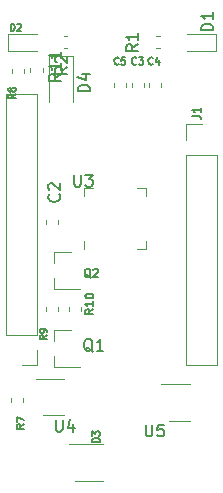
<source format=gbr>
G04 #@! TF.GenerationSoftware,KiCad,Pcbnew,(5.0.1)-4*
G04 #@! TF.CreationDate,2019-08-26T10:27:06+03:00*
G04 #@! TF.ProjectId,CP2102-breakout,4350323130322D627265616B6F75742E,rev?*
G04 #@! TF.SameCoordinates,Original*
G04 #@! TF.FileFunction,Legend,Top*
G04 #@! TF.FilePolarity,Positive*
%FSLAX46Y46*%
G04 Gerber Fmt 4.6, Leading zero omitted, Abs format (unit mm)*
G04 Created by KiCad (PCBNEW (5.0.1)-4) date 26/08/2019 10:27:06*
%MOMM*%
%LPD*%
G01*
G04 APERTURE LIST*
%ADD10C,0.120000*%
%ADD11C,0.150000*%
G04 APERTURE END LIST*
D10*
G04 #@! TO.C,J2*
X39430000Y-24070000D02*
X36770000Y-24070000D01*
X39430000Y-44450000D02*
X39430000Y-24070000D01*
X36770000Y-44450000D02*
X36770000Y-24070000D01*
X39430000Y-44450000D02*
X36770000Y-44450000D01*
X39430000Y-45720000D02*
X39430000Y-47050000D01*
X39430000Y-47050000D02*
X38100000Y-47050000D01*
G04 #@! TO.C,J1*
X52010000Y-26610000D02*
X53340000Y-26610000D01*
X52010000Y-27940000D02*
X52010000Y-26610000D01*
X52010000Y-29210000D02*
X54670000Y-29210000D01*
X54670000Y-29210000D02*
X54670000Y-47050000D01*
X52010000Y-29210000D02*
X52010000Y-47050000D01*
X52010000Y-47050000D02*
X54670000Y-47050000D01*
G04 #@! TO.C,D1*
X54530000Y-18965000D02*
X52070000Y-18965000D01*
X54530000Y-20435000D02*
X54530000Y-18965000D01*
X52070000Y-20435000D02*
X54530000Y-20435000D01*
G04 #@! TO.C,D2*
X39400000Y-18965000D02*
X36940000Y-18965000D01*
X36940000Y-18965000D02*
X36940000Y-20435000D01*
X36940000Y-20435000D02*
X39400000Y-20435000D01*
G04 #@! TO.C,D3*
X42615000Y-56795000D02*
X45015000Y-56795000D01*
X45015000Y-53695000D02*
X42065000Y-53695000D01*
G04 #@! TO.C,U5*
X52315000Y-48655000D02*
X49885000Y-48655000D01*
X50555000Y-51725000D02*
X52315000Y-51725000D01*
G04 #@! TO.C,U4*
X41695000Y-48215000D02*
X39265000Y-48215000D01*
X39935000Y-51285000D02*
X41695000Y-51285000D01*
G04 #@! TO.C,U3*
X43390000Y-36485000D02*
X43390000Y-37210000D01*
X48610000Y-31990000D02*
X47885000Y-31990000D01*
X48610000Y-32715000D02*
X48610000Y-31990000D01*
X48610000Y-37210000D02*
X47885000Y-37210000D01*
X48610000Y-36485000D02*
X48610000Y-37210000D01*
X43390000Y-31990000D02*
X44115000Y-31990000D01*
X43390000Y-32715000D02*
X43390000Y-31990000D01*
G04 #@! TO.C,D4*
X42400000Y-20850000D02*
X42400000Y-24750000D01*
X40400000Y-20850000D02*
X40400000Y-24750000D01*
X42400000Y-20850000D02*
X40400000Y-20850000D01*
G04 #@! TO.C,Q1*
X40840000Y-44020000D02*
X40840000Y-44950000D01*
X40840000Y-47180000D02*
X40840000Y-46250000D01*
X40840000Y-47180000D02*
X43000000Y-47180000D01*
X40840000Y-44020000D02*
X42300000Y-44020000D01*
G04 #@! TO.C,Q2*
X40840000Y-37420000D02*
X42300000Y-37420000D01*
X40840000Y-40580000D02*
X43000000Y-40580000D01*
X40840000Y-40580000D02*
X40840000Y-39650000D01*
X40840000Y-37420000D02*
X40840000Y-38350000D01*
G04 #@! TO.C,C2*
X40190000Y-34728733D02*
X40190000Y-35071267D01*
X41210000Y-34728733D02*
X41210000Y-35071267D01*
G04 #@! TO.C,C3*
X47410000Y-23103733D02*
X47410000Y-23446267D01*
X48430000Y-23103733D02*
X48430000Y-23446267D01*
G04 #@! TO.C,C4*
X49930000Y-23103733D02*
X49930000Y-23446267D01*
X48910000Y-23103733D02*
X48910000Y-23446267D01*
G04 #@! TO.C,C5*
X45910000Y-23446267D02*
X45910000Y-23103733D01*
X46930000Y-23446267D02*
X46930000Y-23103733D01*
G04 #@! TO.C,R1*
X49832779Y-19190000D02*
X49507221Y-19190000D01*
X49832779Y-20210000D02*
X49507221Y-20210000D01*
G04 #@! TO.C,R2*
X41637221Y-19190000D02*
X41962779Y-19190000D01*
X41637221Y-20210000D02*
X41962779Y-20210000D01*
G04 #@! TO.C,R7*
X38210000Y-50112779D02*
X38210000Y-49787221D01*
X37190000Y-50112779D02*
X37190000Y-49787221D01*
G04 #@! TO.C,R8*
X37240000Y-21937221D02*
X37240000Y-22262779D01*
X38260000Y-21937221D02*
X38260000Y-22262779D01*
G04 #@! TO.C,R9*
X40190000Y-42450279D02*
X40190000Y-42124721D01*
X41210000Y-42450279D02*
X41210000Y-42124721D01*
G04 #@! TO.C,R10*
X43110000Y-42137221D02*
X43110000Y-42462779D01*
X42090000Y-42137221D02*
X42090000Y-42462779D01*
G04 #@! TO.C,R11*
X39860000Y-21887221D02*
X39860000Y-22212779D01*
X38840000Y-21887221D02*
X38840000Y-22212779D01*
G04 #@! TO.C,J1*
D11*
X52556666Y-25933333D02*
X53056666Y-25933333D01*
X53156666Y-25966666D01*
X53223333Y-26033333D01*
X53256666Y-26133333D01*
X53256666Y-26200000D01*
X53256666Y-25233333D02*
X53256666Y-25633333D01*
X53256666Y-25433333D02*
X52556666Y-25433333D01*
X52656666Y-25500000D01*
X52723333Y-25566666D01*
X52756666Y-25633333D01*
G04 #@! TO.C,D1*
X54302380Y-18688095D02*
X53302380Y-18688095D01*
X53302380Y-18450000D01*
X53350000Y-18307142D01*
X53445238Y-18211904D01*
X53540476Y-18164285D01*
X53730952Y-18116666D01*
X53873809Y-18116666D01*
X54064285Y-18164285D01*
X54159523Y-18211904D01*
X54254761Y-18307142D01*
X54302380Y-18450000D01*
X54302380Y-18688095D01*
X54302380Y-17164285D02*
X54302380Y-17735714D01*
X54302380Y-17450000D02*
X53302380Y-17450000D01*
X53445238Y-17545238D01*
X53540476Y-17640476D01*
X53588095Y-17735714D01*
G04 #@! TO.C,D2*
X37157142Y-18721428D02*
X37157142Y-18121428D01*
X37300000Y-18121428D01*
X37385714Y-18150000D01*
X37442857Y-18207142D01*
X37471428Y-18264285D01*
X37500000Y-18378571D01*
X37500000Y-18464285D01*
X37471428Y-18578571D01*
X37442857Y-18635714D01*
X37385714Y-18692857D01*
X37300000Y-18721428D01*
X37157142Y-18721428D01*
X37728571Y-18178571D02*
X37757142Y-18150000D01*
X37814285Y-18121428D01*
X37957142Y-18121428D01*
X38014285Y-18150000D01*
X38042857Y-18178571D01*
X38071428Y-18235714D01*
X38071428Y-18292857D01*
X38042857Y-18378571D01*
X37700000Y-18721428D01*
X38071428Y-18721428D01*
G04 #@! TO.C,D3*
X44686428Y-53537857D02*
X44086428Y-53537857D01*
X44086428Y-53395000D01*
X44115000Y-53309285D01*
X44172142Y-53252142D01*
X44229285Y-53223571D01*
X44343571Y-53195000D01*
X44429285Y-53195000D01*
X44543571Y-53223571D01*
X44600714Y-53252142D01*
X44657857Y-53309285D01*
X44686428Y-53395000D01*
X44686428Y-53537857D01*
X44086428Y-52995000D02*
X44086428Y-52623571D01*
X44315000Y-52823571D01*
X44315000Y-52737857D01*
X44343571Y-52680714D01*
X44372142Y-52652142D01*
X44429285Y-52623571D01*
X44572142Y-52623571D01*
X44629285Y-52652142D01*
X44657857Y-52680714D01*
X44686428Y-52737857D01*
X44686428Y-52909285D01*
X44657857Y-52966428D01*
X44629285Y-52995000D01*
G04 #@! TO.C,U5*
X48588095Y-52052380D02*
X48588095Y-52861904D01*
X48635714Y-52957142D01*
X48683333Y-53004761D01*
X48778571Y-53052380D01*
X48969047Y-53052380D01*
X49064285Y-53004761D01*
X49111904Y-52957142D01*
X49159523Y-52861904D01*
X49159523Y-52052380D01*
X50111904Y-52052380D02*
X49635714Y-52052380D01*
X49588095Y-52528571D01*
X49635714Y-52480952D01*
X49730952Y-52433333D01*
X49969047Y-52433333D01*
X50064285Y-52480952D01*
X50111904Y-52528571D01*
X50159523Y-52623809D01*
X50159523Y-52861904D01*
X50111904Y-52957142D01*
X50064285Y-53004761D01*
X49969047Y-53052380D01*
X49730952Y-53052380D01*
X49635714Y-53004761D01*
X49588095Y-52957142D01*
G04 #@! TO.C,U4*
X40988095Y-51652380D02*
X40988095Y-52461904D01*
X41035714Y-52557142D01*
X41083333Y-52604761D01*
X41178571Y-52652380D01*
X41369047Y-52652380D01*
X41464285Y-52604761D01*
X41511904Y-52557142D01*
X41559523Y-52461904D01*
X41559523Y-51652380D01*
X42464285Y-51985714D02*
X42464285Y-52652380D01*
X42226190Y-51604761D02*
X41988095Y-52319047D01*
X42607142Y-52319047D01*
G04 #@! TO.C,U3*
X42538095Y-30902380D02*
X42538095Y-31711904D01*
X42585714Y-31807142D01*
X42633333Y-31854761D01*
X42728571Y-31902380D01*
X42919047Y-31902380D01*
X43014285Y-31854761D01*
X43061904Y-31807142D01*
X43109523Y-31711904D01*
X43109523Y-30902380D01*
X43490476Y-30902380D02*
X44109523Y-30902380D01*
X43776190Y-31283333D01*
X43919047Y-31283333D01*
X44014285Y-31330952D01*
X44061904Y-31378571D01*
X44109523Y-31473809D01*
X44109523Y-31711904D01*
X44061904Y-31807142D01*
X44014285Y-31854761D01*
X43919047Y-31902380D01*
X43633333Y-31902380D01*
X43538095Y-31854761D01*
X43490476Y-31807142D01*
G04 #@! TO.C,D4*
X43852380Y-23838095D02*
X42852380Y-23838095D01*
X42852380Y-23600000D01*
X42900000Y-23457142D01*
X42995238Y-23361904D01*
X43090476Y-23314285D01*
X43280952Y-23266666D01*
X43423809Y-23266666D01*
X43614285Y-23314285D01*
X43709523Y-23361904D01*
X43804761Y-23457142D01*
X43852380Y-23600000D01*
X43852380Y-23838095D01*
X43185714Y-22409523D02*
X43852380Y-22409523D01*
X42804761Y-22647619D02*
X43519047Y-22885714D01*
X43519047Y-22266666D01*
G04 #@! TO.C,Q1*
X44104761Y-45897619D02*
X44009523Y-45850000D01*
X43914285Y-45754761D01*
X43771428Y-45611904D01*
X43676190Y-45564285D01*
X43580952Y-45564285D01*
X43628571Y-45802380D02*
X43533333Y-45754761D01*
X43438095Y-45659523D01*
X43390476Y-45469047D01*
X43390476Y-45135714D01*
X43438095Y-44945238D01*
X43533333Y-44850000D01*
X43628571Y-44802380D01*
X43819047Y-44802380D01*
X43914285Y-44850000D01*
X44009523Y-44945238D01*
X44057142Y-45135714D01*
X44057142Y-45469047D01*
X44009523Y-45659523D01*
X43914285Y-45754761D01*
X43819047Y-45802380D01*
X43628571Y-45802380D01*
X45009523Y-45802380D02*
X44438095Y-45802380D01*
X44723809Y-45802380D02*
X44723809Y-44802380D01*
X44628571Y-44945238D01*
X44533333Y-45040476D01*
X44438095Y-45088095D01*
G04 #@! TO.C,Q2*
X43933333Y-39633333D02*
X43866666Y-39600000D01*
X43800000Y-39533333D01*
X43700000Y-39433333D01*
X43633333Y-39400000D01*
X43566666Y-39400000D01*
X43600000Y-39566666D02*
X43533333Y-39533333D01*
X43466666Y-39466666D01*
X43433333Y-39333333D01*
X43433333Y-39100000D01*
X43466666Y-38966666D01*
X43533333Y-38900000D01*
X43600000Y-38866666D01*
X43733333Y-38866666D01*
X43800000Y-38900000D01*
X43866666Y-38966666D01*
X43900000Y-39100000D01*
X43900000Y-39333333D01*
X43866666Y-39466666D01*
X43800000Y-39533333D01*
X43733333Y-39566666D01*
X43600000Y-39566666D01*
X44166666Y-38933333D02*
X44200000Y-38900000D01*
X44266666Y-38866666D01*
X44433333Y-38866666D01*
X44500000Y-38900000D01*
X44533333Y-38933333D01*
X44566666Y-39000000D01*
X44566666Y-39066666D01*
X44533333Y-39166666D01*
X44133333Y-39566666D01*
X44566666Y-39566666D01*
G04 #@! TO.C,C2*
X41257142Y-32566666D02*
X41304761Y-32614285D01*
X41352380Y-32757142D01*
X41352380Y-32852380D01*
X41304761Y-32995238D01*
X41209523Y-33090476D01*
X41114285Y-33138095D01*
X40923809Y-33185714D01*
X40780952Y-33185714D01*
X40590476Y-33138095D01*
X40495238Y-33090476D01*
X40400000Y-32995238D01*
X40352380Y-32852380D01*
X40352380Y-32757142D01*
X40400000Y-32614285D01*
X40447619Y-32566666D01*
X40447619Y-32185714D02*
X40400000Y-32138095D01*
X40352380Y-32042857D01*
X40352380Y-31804761D01*
X40400000Y-31709523D01*
X40447619Y-31661904D01*
X40542857Y-31614285D01*
X40638095Y-31614285D01*
X40780952Y-31661904D01*
X41352380Y-32233333D01*
X41352380Y-31614285D01*
G04 #@! TO.C,C3*
X47800000Y-21514285D02*
X47771428Y-21542857D01*
X47685714Y-21571428D01*
X47628571Y-21571428D01*
X47542857Y-21542857D01*
X47485714Y-21485714D01*
X47457142Y-21428571D01*
X47428571Y-21314285D01*
X47428571Y-21228571D01*
X47457142Y-21114285D01*
X47485714Y-21057142D01*
X47542857Y-21000000D01*
X47628571Y-20971428D01*
X47685714Y-20971428D01*
X47771428Y-21000000D01*
X47800000Y-21028571D01*
X48000000Y-20971428D02*
X48371428Y-20971428D01*
X48171428Y-21200000D01*
X48257142Y-21200000D01*
X48314285Y-21228571D01*
X48342857Y-21257142D01*
X48371428Y-21314285D01*
X48371428Y-21457142D01*
X48342857Y-21514285D01*
X48314285Y-21542857D01*
X48257142Y-21571428D01*
X48085714Y-21571428D01*
X48028571Y-21542857D01*
X48000000Y-21514285D01*
G04 #@! TO.C,C4*
X49200000Y-21514285D02*
X49171428Y-21542857D01*
X49085714Y-21571428D01*
X49028571Y-21571428D01*
X48942857Y-21542857D01*
X48885714Y-21485714D01*
X48857142Y-21428571D01*
X48828571Y-21314285D01*
X48828571Y-21228571D01*
X48857142Y-21114285D01*
X48885714Y-21057142D01*
X48942857Y-21000000D01*
X49028571Y-20971428D01*
X49085714Y-20971428D01*
X49171428Y-21000000D01*
X49200000Y-21028571D01*
X49714285Y-21171428D02*
X49714285Y-21571428D01*
X49571428Y-20942857D02*
X49428571Y-21371428D01*
X49800000Y-21371428D01*
G04 #@! TO.C,C5*
X46300000Y-21514285D02*
X46271428Y-21542857D01*
X46185714Y-21571428D01*
X46128571Y-21571428D01*
X46042857Y-21542857D01*
X45985714Y-21485714D01*
X45957142Y-21428571D01*
X45928571Y-21314285D01*
X45928571Y-21228571D01*
X45957142Y-21114285D01*
X45985714Y-21057142D01*
X46042857Y-21000000D01*
X46128571Y-20971428D01*
X46185714Y-20971428D01*
X46271428Y-21000000D01*
X46300000Y-21028571D01*
X46842857Y-20971428D02*
X46557142Y-20971428D01*
X46528571Y-21257142D01*
X46557142Y-21228571D01*
X46614285Y-21200000D01*
X46757142Y-21200000D01*
X46814285Y-21228571D01*
X46842857Y-21257142D01*
X46871428Y-21314285D01*
X46871428Y-21457142D01*
X46842857Y-21514285D01*
X46814285Y-21542857D01*
X46757142Y-21571428D01*
X46614285Y-21571428D01*
X46557142Y-21542857D01*
X46528571Y-21514285D01*
G04 #@! TO.C,R1*
X47922380Y-19866666D02*
X47446190Y-20200000D01*
X47922380Y-20438095D02*
X46922380Y-20438095D01*
X46922380Y-20057142D01*
X46970000Y-19961904D01*
X47017619Y-19914285D01*
X47112857Y-19866666D01*
X47255714Y-19866666D01*
X47350952Y-19914285D01*
X47398571Y-19961904D01*
X47446190Y-20057142D01*
X47446190Y-20438095D01*
X47922380Y-18914285D02*
X47922380Y-19485714D01*
X47922380Y-19200000D02*
X46922380Y-19200000D01*
X47065238Y-19295238D01*
X47160476Y-19390476D01*
X47208095Y-19485714D01*
G04 #@! TO.C,R2*
X41952380Y-21766666D02*
X41476190Y-22100000D01*
X41952380Y-22338095D02*
X40952380Y-22338095D01*
X40952380Y-21957142D01*
X41000000Y-21861904D01*
X41047619Y-21814285D01*
X41142857Y-21766666D01*
X41285714Y-21766666D01*
X41380952Y-21814285D01*
X41428571Y-21861904D01*
X41476190Y-21957142D01*
X41476190Y-22338095D01*
X41047619Y-21385714D02*
X41000000Y-21338095D01*
X40952380Y-21242857D01*
X40952380Y-21004761D01*
X41000000Y-20909523D01*
X41047619Y-20861904D01*
X41142857Y-20814285D01*
X41238095Y-20814285D01*
X41380952Y-20861904D01*
X41952380Y-21433333D01*
X41952380Y-20814285D01*
G04 #@! TO.C,R7*
X38271428Y-52050000D02*
X37985714Y-52250000D01*
X38271428Y-52392857D02*
X37671428Y-52392857D01*
X37671428Y-52164285D01*
X37700000Y-52107142D01*
X37728571Y-52078571D01*
X37785714Y-52050000D01*
X37871428Y-52050000D01*
X37928571Y-52078571D01*
X37957142Y-52107142D01*
X37985714Y-52164285D01*
X37985714Y-52392857D01*
X37671428Y-51850000D02*
X37671428Y-51450000D01*
X38271428Y-51707142D01*
G04 #@! TO.C,R8*
X37571428Y-24100000D02*
X37285714Y-24300000D01*
X37571428Y-24442857D02*
X36971428Y-24442857D01*
X36971428Y-24214285D01*
X37000000Y-24157142D01*
X37028571Y-24128571D01*
X37085714Y-24100000D01*
X37171428Y-24100000D01*
X37228571Y-24128571D01*
X37257142Y-24157142D01*
X37285714Y-24214285D01*
X37285714Y-24442857D01*
X37228571Y-23757142D02*
X37200000Y-23814285D01*
X37171428Y-23842857D01*
X37114285Y-23871428D01*
X37085714Y-23871428D01*
X37028571Y-23842857D01*
X37000000Y-23814285D01*
X36971428Y-23757142D01*
X36971428Y-23642857D01*
X37000000Y-23585714D01*
X37028571Y-23557142D01*
X37085714Y-23528571D01*
X37114285Y-23528571D01*
X37171428Y-23557142D01*
X37200000Y-23585714D01*
X37228571Y-23642857D01*
X37228571Y-23757142D01*
X37257142Y-23814285D01*
X37285714Y-23842857D01*
X37342857Y-23871428D01*
X37457142Y-23871428D01*
X37514285Y-23842857D01*
X37542857Y-23814285D01*
X37571428Y-23757142D01*
X37571428Y-23642857D01*
X37542857Y-23585714D01*
X37514285Y-23557142D01*
X37457142Y-23528571D01*
X37342857Y-23528571D01*
X37285714Y-23557142D01*
X37257142Y-23585714D01*
X37228571Y-23642857D01*
G04 #@! TO.C,R9*
X40221428Y-44500000D02*
X39935714Y-44700000D01*
X40221428Y-44842857D02*
X39621428Y-44842857D01*
X39621428Y-44614285D01*
X39650000Y-44557142D01*
X39678571Y-44528571D01*
X39735714Y-44500000D01*
X39821428Y-44500000D01*
X39878571Y-44528571D01*
X39907142Y-44557142D01*
X39935714Y-44614285D01*
X39935714Y-44842857D01*
X40221428Y-44214285D02*
X40221428Y-44100000D01*
X40192857Y-44042857D01*
X40164285Y-44014285D01*
X40078571Y-43957142D01*
X39964285Y-43928571D01*
X39735714Y-43928571D01*
X39678571Y-43957142D01*
X39650000Y-43985714D01*
X39621428Y-44042857D01*
X39621428Y-44157142D01*
X39650000Y-44214285D01*
X39678571Y-44242857D01*
X39735714Y-44271428D01*
X39878571Y-44271428D01*
X39935714Y-44242857D01*
X39964285Y-44214285D01*
X39992857Y-44157142D01*
X39992857Y-44042857D01*
X39964285Y-43985714D01*
X39935714Y-43957142D01*
X39878571Y-43928571D01*
G04 #@! TO.C,R10*
X44166666Y-42300000D02*
X43833333Y-42533333D01*
X44166666Y-42700000D02*
X43466666Y-42700000D01*
X43466666Y-42433333D01*
X43500000Y-42366666D01*
X43533333Y-42333333D01*
X43600000Y-42300000D01*
X43700000Y-42300000D01*
X43766666Y-42333333D01*
X43800000Y-42366666D01*
X43833333Y-42433333D01*
X43833333Y-42700000D01*
X44166666Y-41633333D02*
X44166666Y-42033333D01*
X44166666Y-41833333D02*
X43466666Y-41833333D01*
X43566666Y-41900000D01*
X43633333Y-41966666D01*
X43666666Y-42033333D01*
X43466666Y-41200000D02*
X43466666Y-41133333D01*
X43500000Y-41066666D01*
X43533333Y-41033333D01*
X43600000Y-41000000D01*
X43733333Y-40966666D01*
X43900000Y-40966666D01*
X44033333Y-41000000D01*
X44100000Y-41033333D01*
X44133333Y-41066666D01*
X44166666Y-41133333D01*
X44166666Y-41200000D01*
X44133333Y-41266666D01*
X44100000Y-41300000D01*
X44033333Y-41333333D01*
X43900000Y-41366666D01*
X43733333Y-41366666D01*
X43600000Y-41333333D01*
X43533333Y-41300000D01*
X43500000Y-41266666D01*
X43466666Y-41200000D01*
G04 #@! TO.C,R11*
X41382380Y-22375357D02*
X40906190Y-22708690D01*
X41382380Y-22946785D02*
X40382380Y-22946785D01*
X40382380Y-22565833D01*
X40430000Y-22470595D01*
X40477619Y-22422976D01*
X40572857Y-22375357D01*
X40715714Y-22375357D01*
X40810952Y-22422976D01*
X40858571Y-22470595D01*
X40906190Y-22565833D01*
X40906190Y-22946785D01*
X41382380Y-21422976D02*
X41382380Y-21994404D01*
X41382380Y-21708690D02*
X40382380Y-21708690D01*
X40525238Y-21803928D01*
X40620476Y-21899166D01*
X40668095Y-21994404D01*
X41382380Y-20470595D02*
X41382380Y-21042023D01*
X41382380Y-20756309D02*
X40382380Y-20756309D01*
X40525238Y-20851547D01*
X40620476Y-20946785D01*
X40668095Y-21042023D01*
G04 #@! TD*
M02*

</source>
